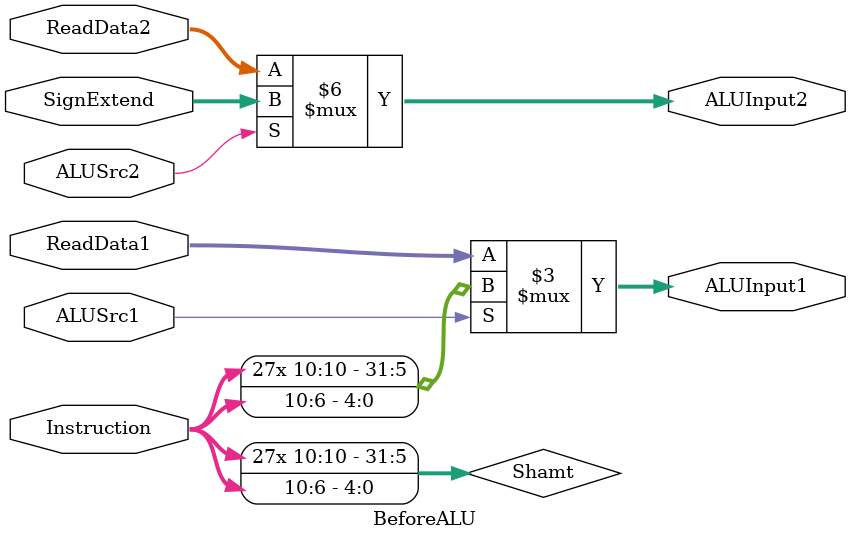
<source format=v>
`timescale 1ns / 1ps
module BeforeALU(
    input ALUSrc1,
    input ALUSrc2,
    input [31:0] ReadData1,
    input [31:0] Instruction,
    input [31:0] ReadData2,
    input [31:0] SignExtend,
    output reg [31:0] ALUInput1,
    output reg [31:0] ALUInput2
    );
    wire [31:0] Shamt = {{27{Instruction[10]}},Instruction[10:6]};
    
    always @ (ALUSrc1 or ReadData1 or Shamt)
    ALUInput1 = (ALUSrc1 == 1) ? Shamt : ReadData1;
    
    always @ (ALUSrc2 or ReadData2 or SignExtend)
    ALUInput2 = (ALUSrc2 == 1) ? SignExtend : ReadData2;
    
endmodule

</source>
